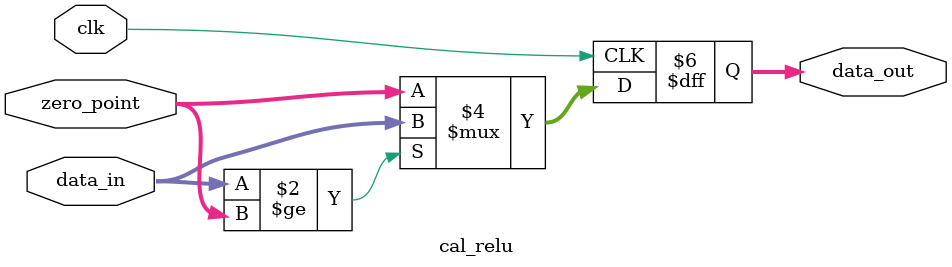
<source format=v>
module cal_relu
(
	input clk,
	input signed [7:0] zero_point,
	input signed [7:0] data_in,
	output reg signed [7:0] data_out
);
	always@(posedge clk) begin
		if(data_in>=zero_point) begin
			data_out<=data_in;
		end else begin
			data_out<=zero_point;
		end
	end
endmodule
</source>
